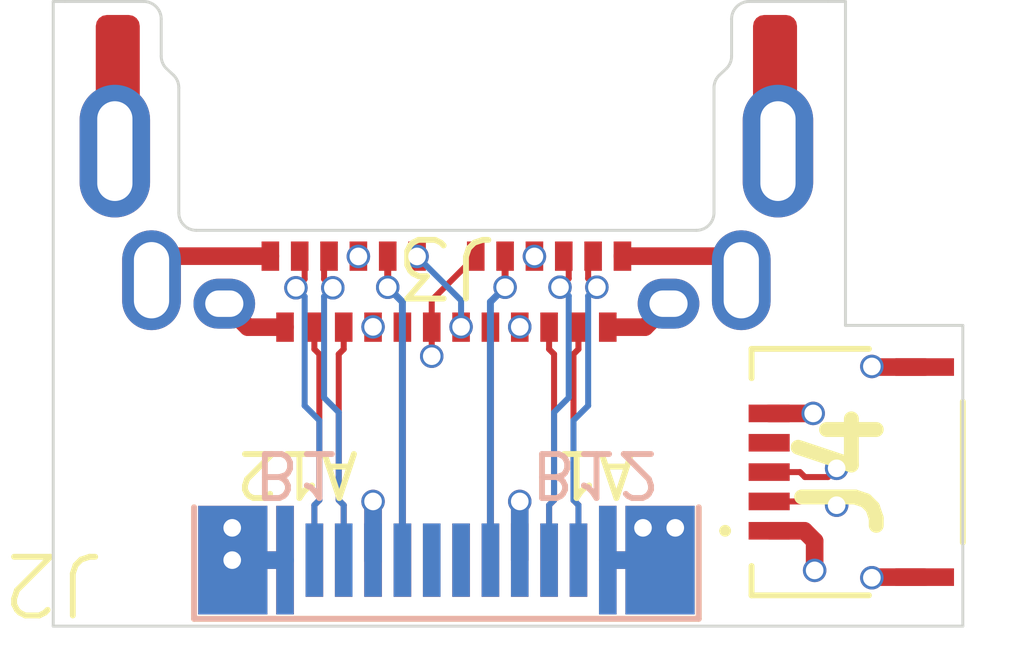
<source format=kicad_pcb>
(kicad_pcb (version 20221018) (generator pcbnew)
  (layers (0 "F.Cu" signal) (1 "In1.Cu" signal) (2 "In2.Cu" signal) (31 "B.Cu" signal) (34 "B.Paste" user) (35 "F.Paste" user) (36 "B.SilkS" user "B.Silkscreen") (37 "F.SilkS" user "F.Silkscreen") (38 "B.Mask" user) (39 "F.Mask" user) (44 "Edge.Cuts" user))
  (net 0 "")
  (net 1 "GND")
  (net 2 "/SSTXP1")
  (net 3 "/SSTXN1")
  (net 4 "VBUS")
  (net 5 "/CC1")
  (net 6 "/UP_DP")
  (net 7 "/SBU1")
  (net 8 "/SSRXN2")
  (net 9 "/SSRXP2")
  (net 10 "/SSTXP2")
  (net 11 "/SSTXN2")
  (net 12 "/CC2")
  (net 13 "/SBU2")
  (net 14 "/SSRXN1")
  (net 15 "/SSRXP1")
  (net 21 "/UP_DN")
  (footprint "the_backrooms:CX60-24S-UNIT" (layer "F.Cu") (at 30.2 40 180)
    (fp_text reference "J2" (at 6.7 -0.4 180 unlocked) (layer "F.SilkS") (effects (font (thickness 0.1))))
    (fp_text value "~")
    (fp_text user "B1" (at 2.54 1.905 180 unlocked) (layer "B.SilkS") (effects (font (size 0.75 0.75) (thickness 0.1)) (justify bottom mirror)))
    (fp_text user "B12" (at -2.54 1.905 180 unlocked) (layer "B.SilkS") (effects (font (size 0.75 0.75) (thickness 0.1)) (justify bottom mirror)))
    (fp_text user "A12" (at 2.54 1.905 180 unlocked) (layer "F.SilkS") (effects (font (size 0.75 0.75) (thickness 0.1)) (justify bottom)))
    (fp_text user "A1" (at -2.54 1.905 180 unlocked) (layer "F.SilkS") (effects (font (size 0.75 0.75) (thickness 0.1)) (justify bottom)))
    (fp_line (start -4.3 -1) (end -4.3 0.9) (stroke (width 0.1)) (layer "B.SilkS"))
    (fp_line (start 4.3 -1) (end -4.3 -1) (stroke (width 0.1)) (layer "B.SilkS"))
    (fp_line (start 4.3 -1) (end 4.3 0.9) (stroke (width 0.1)) (layer "B.SilkS"))
    (fp_line (start -4.3 -1) (end -4.3 0.9) (stroke (width 0.1)) (layer "F.SilkS"))
    (fp_line (start -4.3 -1) (end 4.3 -1) (stroke (width 0.1)) (layer "F.SilkS"))
    (fp_line (start 4.3 -1) (end 4.3 0.9) (stroke (width 0.1)) (layer "F.SilkS"))
    (pad "A1" smd rect (at -2.75 0 180) (size 0.3 1.85) (layers "F.Cu" "F.Paste" "F.Mask") (net 1 "GND"))
    (pad "A2" smd rect (at -2.25 0 180) (size 0.3 1.25) (layers "F.Cu" "F.Paste" "F.Mask") (net 2 "/SSTXP1"))
    (pad "A3" smd rect (at -1.75 0 180) (size 0.3 1.25) (layers "F.Cu" "F.Paste" "F.Mask") (net 3 "/SSTXN1"))
    (pad "A4" smd rect (at -1.25 0 180) (size 0.3 1.25) (layers "F.Cu" "F.Paste" "F.Mask") (net 4 "VBUS"))
    (pad "A5" smd rect (at -0.75 0 180) (size 0.3 1.25) (layers "F.Cu" "F.Paste" "F.Mask") (net 5 "/CC1"))
    (pad "A6" smd rect (at -0.25 0 180) (size 0.3 1.25) (layers "F.Cu" "F.Paste" "F.Mask"))
    (pad "A7" smd rect (at 0.25 0 180) (size 0.3 1.25) (layers "F.Cu" "F.Paste" "F.Mask"))
    (pad "A8" smd rect (at 0.75 0 180) (size 0.3 1.25) (layers "F.Cu" "F.Paste" "F.Mask") (net 7 "/SBU1"))
    (pad "A9" smd rect (at 1.25 0 180) (size 0.3 1.25) (layers "F.Cu" "F.Paste" "F.Mask") (net 4 "VBUS"))
    (pad "A10" smd rect (at 1.75 0 180) (size 0.3 1.25) (layers "F.Cu" "F.Paste" "F.Mask") (net 8 "/SSRXN2"))
    (pad "A11" smd rect (at 2.25 0 180) (size 0.3 1.25) (layers "F.Cu" "F.Paste" "F.Mask") (net 9 "/SSRXP2"))
    (pad "A12" smd rect (at 2.75 0 180) (size 0.3 1.85) (layers "F.Cu" "F.Paste" "F.Mask") (net 1 "GND"))
    (pad "B1" smd rect (at 2.75 0 180) (size 0.3 1.85) (layers "B.Cu" "B.Paste" "B.Mask") (net 1 "GND"))
    (pad "B2" smd rect (at 2.25 0 180) (size 0.3 1.25) (layers "B.Cu" "B.Paste" "B.Mask") (net 10 "/SSTXP2"))
    (pad "B3" smd rect (at 1.75 0 180) (size 0.3 1.25) (layers "B.Cu" "B.Paste" "B.Mask") (net 11 "/SSTXN2"))
    (pad "B4" smd rect (at 1.25 0 180) (size 0.3 1.25) (layers "B.Cu" "B.Paste" "B.Mask") (net 4 "VBUS"))
    (pad "B5" smd rect (at 0.75 0 180) (size 0.3 1.25) (layers "B.Cu" "B.Paste" "B.Mask") (net 12 "/CC2"))
    (pad "B6" smd rect (at 0.25 0 180) (size 0.3 1.25) (layers "B.Cu" "B.Paste" "B.Mask"))
    (pad "B7" smd rect (at -0.25 0 180) (size 0.3 1.25) (layers "B.Cu" "B.Paste" "B.Mask"))
    (pad "B8" smd rect (at -0.75 0 180) (size 0.3 1.25) (layers "B.Cu" "B.Paste" "B.Mask") (net 13 "/SBU2"))
    (pad "B9" smd rect (at -1.25 0 180) (size 0.3 1.25) (layers "B.Cu" "B.Paste" "B.Mask") (net 4 "VBUS"))
    (pad "B10" smd rect (at -1.75 0 180) (size 0.3 1.25) (layers "B.Cu" "B.Paste" "B.Mask") (net 14 "/SSRXN1"))
    (pad "B11" smd rect (at -2.25 0 180) (size 0.3 1.25) (layers "B.Cu" "B.Paste" "B.Mask") (net 15 "/SSRXP1"))
    (pad "B12" smd rect (at -2.75 0 180) (size 0.3 1.85) (layers "B.Cu" "B.Paste" "B.Mask") (net 1 "GND"))
    (pad "GND1" smd rect (at -3.64 0 180) (size 1.18 1.85) (layers "B.Cu" "B.Paste" "B.Mask") (net 1 "GND"))
    (pad "GND2" smd rect (at 3.64 0 180) (size 1.18 1.85) (layers "B.Cu" "B.Paste" "B.Mask") (net 1 "GND"))
    (pad "GND3" smd rect (at -3.64 0 180) (size 1.18 1.85) (layers "F.Cu" "F.Paste" "F.Mask") (net 1 "GND"))
    (pad "GND4" smd rect (at 3.64 0 180) (size 1.18 1.85) (layers "F.Cu" "F.Paste" "F.Mask") (net 1 "GND"))
  )
  (footprint "SamacSys_Parts:5034800540" (layer "F.Cu") (at 37.2 38.5 90)
    (fp_text reference "J4" (at 0 -0.25 90) (layer "F.SilkS") (effects (font (size 1.27 1.27) (thickness 0.254))))
    (fp_text value "503480-0540" hide)
    (fp_line (start -2.1 -1.8) (end -1.6 -1.8) (stroke (width 0.1)) (layer "F.SilkS"))
    (fp_line (start -2.1 0.2) (end -2.1 -1.8) (stroke (width 0.1)) (layer "F.SilkS"))
    (fp_line (start -1.2 1.8) (end 1.2 1.8) (stroke (width 0.1)) (layer "F.SilkS"))
    (fp_line (start -1 -2.3) (end -1 -2.3) (stroke (width 0.1)) (layer "F.SilkS"))
    (fp_line (start -1 -2.2) (end -1 -2.2) (stroke (width 0.1)) (layer "F.SilkS"))
    (fp_line (start 2.1 -1.8) (end 1.6 -1.8) (stroke (width 0.1)) (layer "F.SilkS"))
    (fp_line (start 2.1 0.2) (end 2.1 -1.8) (stroke (width 0.1)) (layer "F.SilkS"))
    (fp_arc (start -1 -2.3) (mid -0.95 -2.25) (end -1 -2.2) (stroke (width 0.1)) (layer "F.SilkS"))
    (fp_arc (start -1 -2.2) (mid -1.05 -2.25) (end -1 -2.3) (stroke (width 0.1)) (layer "F.SilkS"))
    (pad "1" smd rect (at -1 -1.5 90) (size 0.3 0.7) (layers "F.Cu" "F.Paste" "F.Mask") (net 4 "VBUS"))
    (pad "2" smd rect (at -0.5 -1.5 90) (size 0.3 0.7) (layers "F.Cu" "F.Paste" "F.Mask") (net 21 "/UP_DN"))
    (pad "3" smd rect (at 0 -1.5 90) (size 0.3 0.7) (layers "F.Cu" "F.Paste" "F.Mask") (net 6 "/UP_DP"))
    (pad "4" smd rect (at 0.5 -1.5 90) (size 0.3 0.7) (layers "F.Cu" "F.Paste" "F.Mask"))
    (pad "5" smd rect (at 1 -1.5 90) (size 0.3 0.7) (layers "F.Cu" "F.Paste" "F.Mask") (net 1 "GND"))
    (pad "MP1" smd rect (at -1.79 1.15 90) (size 0.3 1) (layers "F.Cu" "F.Paste" "F.Mask") (net 1 "GND"))
    (pad "MP2" smd rect (at 1.79 1.15 90) (size 0.3 1) (layers "F.Cu" "F.Paste" "F.Mask") (net 1 "GND"))
  )
  (footprint "the_backrooms:CX90MWD2G-24P" (layer "F.Cu") (at 30.2 32 180)
    (fp_text reference "J3" (at 0 -3 180 unlocked) (layer "F.SilkS") (effects (font (thickness 0.1))))
    (fp_text value "CX90MWD2G-24P")
    (fp_line (start -5.16 1.52) (end -6.5 1.52) (stroke (width 0.05)) (layer "Edge.Cuts"))
    (fp_line (start -4.86 0.59) (end -4.86 1.22) (stroke (width 0.05)) (layer "Edge.Cuts"))
    (fp_line (start -4.772132 0.377868) (end -4.64787 0.26213) (stroke (width 0.05)) (layer "Edge.Cuts"))
    (fp_line (start -4.56 -2.08) (end -4.56 0.05) (stroke (width 0.05)) (layer "Edge.Cuts"))
    (fp_line (start -4.26 -2.38) (end 4.26 -2.38) (stroke (width 0.05)) (layer "Edge.Cuts"))
    (fp_line (start 4.56 -2.08) (end 4.56 0.05) (stroke (width 0.05)) (layer "Edge.Cuts"))
    (fp_line (start 4.647869 0.262131) (end 4.772131 0.377869) (stroke (width 0.05)) (layer "Edge.Cuts"))
    (fp_line (start 4.86 0.59) (end 4.86 1.22) (stroke (width 0.05)) (layer "Edge.Cuts"))
    (fp_line (start 5.16 1.52) (end 6.5 1.52) (stroke (width 0.05)) (layer "Edge.Cuts"))
    (fp_arc (start -4.86 0.59) (mid -4.837164 0.475195) (end -4.772132 0.377868) (stroke (width 0.05)) (layer "Edge.Cuts"))
    (fp_arc (start -4.86 1.22) (mid -4.947868 1.432132) (end -5.16 1.52) (stroke (width 0.05)) (layer "Edge.Cuts"))
    (fp_arc (start -4.56 -2.08) (mid -4.472132 -2.292132) (end -4.26 -2.38) (stroke (width 0.05)) (layer "Edge.Cuts"))
    (fp_arc (start -4.56 0.05) (mid -4.582837 0.164804) (end -4.64787 0.26213) (stroke (width 0.05)) (layer "Edge.Cuts"))
    (fp_arc (start 4.26 -2.38) (mid 4.472132 -2.292132) (end 4.56 -2.08) (stroke (width 0.05)) (layer "Edge.Cuts"))
    (fp_arc (start 4.64787 0.26213) (mid 4.582837 0.164804) (end 4.56 0.05) (stroke (width 0.05)) (layer "Edge.Cuts"))
    (fp_arc (start 4.772132 0.377868) (mid 4.837164 0.475195) (end 4.86 0.59) (stroke (width 0.05)) (layer "Edge.Cuts"))
    (fp_arc (start 5.16 1.52) (mid 4.947868 1.432132) (end 4.86 1.22) (stroke (width 0.05)) (layer "Edge.Cuts"))
    (pad "A1" smd rect (at -2.75 -4.03 180) (size 0.3 0.5) (layers "F.Cu" "F.Paste" "F.Mask") (net 1 "GND"))
    (pad "A2" smd rect (at -2.25 -4.03 180) (size 0.3 0.5) (layers "F.Cu" "F.Paste" "F.Mask") (net 2 "/SSTXP1"))
    (pad "A3" smd rect (at -1.75 -4.03 180) (size 0.3 0.5) (layers "F.Cu" "F.Paste" "F.Mask") (net 3 "/SSTXN1"))
    (pad "A4" smd rect (at -1.25 -4.03 180) (size 0.3 0.5) (layers "F.Cu" "F.Paste" "F.Mask") (net 4 "VBUS"))
    (pad "A5" smd rect (at -0.75 -4.03 180) (size 0.3 0.5) (layers "F.Cu" "F.Paste" "F.Mask") (net 5 "/CC1"))
    (pad "A6" smd rect (at -0.25 -4.03 180) (size 0.3 0.5) (layers "F.Cu" "F.Paste" "F.Mask") (net 6 "/UP_DP"))
    (pad "A7" smd rect (at 0.25 -4.03 180) (size 0.3 0.5) (layers "F.Cu" "F.Paste" "F.Mask") (net 21 "/UP_DN"))
    (pad "A8" smd rect (at 0.75 -4.03 180) (size 0.3 0.5) (layers "F.Cu" "F.Paste" "F.Mask") (net 7 "/SBU1"))
    (pad "A9" smd rect (at 1.25 -4.03 180) (size 0.3 0.5) (layers "F.Cu" "F.Paste" "F.Mask") (net 4 "VBUS"))
    (pad "A10" smd rect (at 1.75 -4.03 180) (size 0.3 0.5) (layers "F.Cu" "F.Paste" "F.Mask") (net 8 "/SSRXN2"))
    (pad "A11" smd rect (at 2.25 -4.03 180) (size 0.3 0.5) (layers "F.Cu" "F.Paste" "F.Mask") (net 9 "/SSRXP2"))
    (pad "A12" smd rect (at 2.75 -4.03 180) (size 0.3 0.5) (layers "F.Cu" "F.Paste" "F.Mask") (net 1 "GND"))
    (pad "B1" smd rect (at 3 -2.82 180) (size 0.3 0.5) (layers "F.Cu" "F.Paste" "F.Mask") (net 1 "GND"))
    (pad "B2" smd rect (at 2.5 -2.82 180) (size 0.3 0.5) (layers "F.Cu" "F.Paste" "F.Mask") (net 10 "/SSTXP2"))
    (pad "B3" smd rect (at 2 -2.82 180) (size 0.3 0.5) (layers "F.Cu" "F.Paste" "F.Mask") (net 11 "/SSTXN2"))
    (pad "B4" smd rect (at 1.5 -2.82 180) (size 0.3 0.5) (layers "F.Cu" "F.Paste" "F.Mask") (net 4 "VBUS"))
    (pad "B5" smd rect (at 1 -2.82 180) (size 0.3 0.5) (layers "F.Cu" "F.Paste" "F.Mask") (net 12 "/CC2"))
    (pad "B6" smd rect (at 0.5 -2.82 180) (size 0.3 0.5) (layers "F.Cu" "F.Paste" "F.Mask") (net 6 "/UP_DP"))
    (pad "B7" smd rect (at -0.5 -2.82 180) (size 0.3 0.5) (layers "F.Cu" "F.Paste" "F.Mask") (net 21 "/UP_DN"))
    (pad "B8" smd rect (at -1 -2.82 180) (size 0.3 0.5) (layers "F.Cu" "F.Paste" "F.Mask") (net 13 "/SBU2"))
    (pad "B9" smd rect (at -1.5 -2.82 180) (size 0.3 0.5) (layers "F.Cu" "F.Paste" "F.Mask") (net 4 "VBUS"))
    (pad "B10" smd rect (at -2 -2.82 180) (size 0.3 0.5) (layers "F.Cu" "F.Paste" "F.Mask") (net 14 "/SSRXN1"))
    (pad "B11" smd rect (at -2.5 -2.82 180) (size 0.3 0.5) (layers "F.Cu" "F.Paste" "F.Mask") (net 15 "/SSRXP1"))
    (pad "B12" smd rect (at -3 -2.82 180) (size 0.3 0.5) (layers "F.Cu" "F.Paste" "F.Mask") (net 1 "GND"))
    (pad "MH1" thru_hole oval (at -5.65 -1.03 180) (size 1.2 2.26) (drill oval 0.6 1.7) (layers "*.Cu" "*.Mask") (net 1 "GND"))
    (pad "MH1" smd roundrect (at -5.6 0.59 180) (size 0.75 1.4) (layers "F.Cu" "F.Paste" "F.Mask") (chamfer_ratio 0) (chamfer top_left top_right) (net 1 "GND"))
    (pad "MH2" thru_hole oval (at -5.025 -3.23 180) (size 1 1.7) (drill oval 0.6 1.3) (layers "*.Cu" "*.Mask") (net 1 "GND"))
    (pad "MH3" thru_hole oval (at -3.785 -3.63) (size 1.05 0.85) (drill oval 0.65 0.45) (layers "*.Cu" "*.Mask") (net 1 "GND"))
    (pad "MH4" thru_hole oval (at 3.785 -3.63) (size 1.05 0.85) (drill oval 0.65 0.45) (layers "*.Cu" "*.Mask") (net 1 "GND"))
    (pad "MH5" thru_hole oval (at 5.025 -3.23 180) (size 1 1.7) (drill oval 0.6 1.3) (layers "*.Cu" "*.Mask") (net 1 "GND"))
    (pad "MH6" smd roundrect (at 5.6 0.59 180) (size 0.75 1.4) (layers "F.Cu" "F.Paste" "F.Mask") (chamfer_ratio 0) (chamfer top_left top_right) (net 1 "GND"))
    (pad "MH6" thru_hole oval (at 5.65 -1.03 180) (size 1.2 2.26) (drill oval 0.6 1.7) (layers "*.Cu" "*.Mask") (net 1 "GND"))
  )
  (gr_line (start 37 30.48) (end 37 36) (stroke (width 0.05)) (layer "Edge.Cuts"))
  (gr_line (start 36.7 30.48) (end 37 30.48) (stroke (width 0.05)) (layer "Edge.Cuts"))
  (gr_line (start 39 41.125) (end 23.5 41.125) (stroke (width 0.05)) (layer "Edge.Cuts"))
  (gr_line (start 23.7 30.48) (end 23.5 30.48) (stroke (width 0.05)) (layer "Edge.Cuts"))
  (gr_line (start 37 36) (end 39 36) (stroke (width 0.05)) (layer "Edge.Cuts"))
  (gr_line (start 39 36) (end 39 41.125) (stroke (width 0.05)) (layer "Edge.Cuts"))
  (gr_line (start 23.5 30.48) (end 23.5 41.125) (stroke (width 0.05)) (layer "Edge.Cuts"))
  (segment (start 38.35 40.29) (end 37.46 40.29) (width 0.3) (layer "F.Cu") (net 1))
  (segment (start 25.585 34.82) (end 25.175 35.23) (width 0.3) (layer "F.Cu") (net 1))
  (segment (start 33.85 40) (end 33.84 40) (width 0.3) (layer "F.Cu") (net 1))
  (segment (start 37.46 40.29) (end 37.45 40.3) (width 0.3) (layer "F.Cu") (net 1))
  (segment (start 33.585 36.03) (end 33.985 35.63) (width 0.3) (layer "F.Cu") (net 1))
  (segment (start 32.95 40) (end 33.85 40) (width 0.3) (layer "F.Cu") (net 1))
  (segment (start 37.46 36.71) (end 37.45 36.7) (width 0.3) (layer "F.Cu") (net 1))
  (segment (start 33.2 34.82) (end 34.815 34.82) (width 0.3) (layer "F.Cu") (net 1))
  (segment (start 26.55 40) (end 26.56 40) (width 0.3) (layer "F.Cu") (net 1))
  (segment (start 35.7 37.5) (end 36.45 37.5) (width 0.3) (layer "F.Cu") (net 1))
  (segment (start 32.95 36.03) (end 33.585 36.03) (width 0.3) (layer "F.Cu") (net 1))
  (segment (start 27.2 34.82) (end 25.585 34.82) (width 0.3) (layer "F.Cu") (net 1))
  (segment (start 34.815 34.82) (end 35.225 35.23) (width 0.3) (layer "F.Cu") (net 1))
  (segment (start 26.815 36.03) (end 26.415 35.63) (width 0.3) (layer "F.Cu") (net 1))
  (segment (start 38.35 36.71) (end 37.46 36.71) (width 0.3) (layer "F.Cu") (net 1))
  (segment (start 27.45 36.03) (end 26.815 36.03) (width 0.3) (layer "F.Cu") (net 1))
  (segment (start 27.45 40) (end 26.55 40) (width 0.3) (layer "F.Cu") (net 1))
  (via (at 36.45 37.5) (size 0.4) (drill 0.3) (layers "F.Cu" "B.Cu") (net 1))
  (via (at 33.55 39.45) (size 0.4) (drill 0.3) (layers "F.Cu" "B.Cu") (net 1))
  (via (at 26.55 40) (size 0.4) (drill 0.3) (layers "F.Cu" "B.Cu") (net 1))
  (via (at 37.45 36.7) (size 0.4) (drill 0.3) (layers "F.Cu" "B.Cu") (net 1))
  (via (at 34.1 39.45) (size 0.4) (drill 0.3) (layers "F.Cu" "B.Cu") (net 1))
  (via (at 37.45 40.3) (size 0.4) (drill 0.3) (layers "F.Cu" "B.Cu") (net 1))
  (via (at 26.55 39.45) (size 0.4) (drill 0.3) (layers "F.Cu" "B.Cu") (net 1))
  (segment (start 27.45 40) (end 26.56 40) (width 0.3) (layer "B.Cu") (net 1))
  (segment (start 32.95 40) (end 33.84 40) (width 0.3) (layer "B.Cu") (net 1))
  (segment (start 32.45 39.062499) (end 32.45 40) (width 0.102362) (layer "F.Cu") (net 2))
  (segment (start 32.45 36.405001) (end 32.365481 36.48952) (width 0.102362) (layer "F.Cu") (net 2))
  (segment (start 32.365481 36.48952) (end 32.365481 38.97798) (width 0.102362) (layer "F.Cu") (net 2))
  (segment (start 32.45 36.03) (end 32.45 36.405001) (width 0.102362) (layer "F.Cu") (net 2))
  (segment (start 32.365481 38.97798) (end 32.45 39.062499) (width 0.102362) (layer "F.Cu") (net 2))
  (segment (start 32.034519 36.48952) (end 32.034519 38.97798) (width 0.102362) (layer "F.Cu") (net 3))
  (segment (start 31.95 36.03) (end 31.95 36.405001) (width 0.102362) (layer "F.Cu") (net 3))
  (segment (start 31.95 39.062499) (end 31.95 40) (width 0.102362) (layer "F.Cu") (net 3))
  (segment (start 32.034519 38.97798) (end 31.95 39.062499) (width 0.102362) (layer "F.Cu") (net 3))
  (segment (start 31.95 36.405001) (end 32.034519 36.48952) (width 0.102362) (layer "F.Cu") (net 3))
  (segment (start 36.3 39.5) (end 35.7 39.5) (width 0.3) (layer "F.Cu") (net 4))
  (segment (start 28.95 39) (end 28.95 40) (width 0.3) (layer "F.Cu") (net 4))
  (segment (start 36.475 40.175) (end 36.475 39.675) (width 0.3) (layer "F.Cu") (net 4))
  (segment (start 31.45 39) (end 31.45 40) (width 0.3) (layer "F.Cu") (net 4))
  (segment (start 36.475 39.675) (end 36.3 39.5) (width 0.3) (layer "F.Cu") (net 4))
  (via (at 28.95 39) (size 0.4) (drill 0.3) (layers "F.Cu" "B.Cu") (net 4))
  (via (at 28.7 34.825) (size 0.4) (drill 0.3) (layers "F.Cu" "B.Cu") (net 4))
  (via (at 31.7 34.825) (size 0.4) (drill 0.3) (layers "F.Cu" "B.Cu") (net 4))
  (via (at 31.45 39) (size 0.4) (drill 0.3) (layers "F.Cu" "B.Cu") (net 4))
  (via (at 28.95 36.025) (size 0.4) (drill 0.3) (layers "F.Cu" "B.Cu") (net 4))
  (via (at 36.475 40.175) (size 0.4) (drill 0.3) (layers "F.Cu" "B.Cu") (net 4))
  (via (at 31.45 36.025) (size 0.4) (drill 0.3) (layers "F.Cu" "B.Cu") (net 4))
  (segment (start 31.45 39) (end 31.45 40) (width 0.3) (layer "B.Cu") (net 4))
  (segment (start 28.95 40) (end 28.95 39) (width 0.3) (layer "B.Cu") (net 4))
  (segment (start 30.95 40) (end 30.95 36.03) (width 0.118364) (layer "F.Cu") (net 5))
  (segment (start 36.225001 38.5) (end 35.7 38.5) (width 0.102362) (layer "F.Cu") (net 6))
  (segment (start 36.701181 38.584519) (end 36.30952 38.584519) (width 0.102362) (layer "F.Cu") (net 6))
  (segment (start 36.85 38.4357) (end 36.701181 38.584519) (width 0.102362) (layer "F.Cu") (net 6))
  (segment (start 36.30952 38.584519) (end 36.225001 38.5) (width 0.102362) (layer "F.Cu") (net 6))
  (via (at 36.85 38.4357) (size 0.4) (drill 0.3) (layers "F.Cu" "B.Cu") (net 6))
  (via (at 29.7 34.825) (size 0.4) (drill 0.3) (layers "F.Cu" "B.Cu") (net 6))
  (via (at 30.45 36.025) (size 0.4) (drill 0.3) (layers "F.Cu" "B.Cu") (net 6))
  (segment (start 29.7 34.825) (end 30.45 35.575) (width 0.102362) (layer "B.Cu") (net 6))
  (segment (start 30.45 35.575) (end 30.45 36.025) (width 0.102362) (layer "B.Cu") (net 6))
  (segment (start 29.45 40) (end 29.45 36.03) (width 0.118364) (layer "F.Cu") (net 7))
  (segment (start 28.45 36.405001) (end 28.45 36.03) (width 0.102362) (layer "F.Cu") (net 8))
  (segment (start 28.365481 38.97798) (end 28.365481 36.48952) (width 0.102362) (layer "F.Cu") (net 8))
  (segment (start 28.45 40) (end 28.45 39.062499) (width 0.102362) (layer "F.Cu") (net 8))
  (segment (start 28.45 39.062499) (end 28.365481 38.97798) (width 0.102362) (layer "F.Cu") (net 8))
  (segment (start 28.365481 36.48952) (end 28.45 36.405001) (width 0.102362) (layer "F.Cu") (net 8))
  (segment (start 28.034519 36.48952) (end 27.95 36.405001) (width 0.102362) (layer "F.Cu") (net 9))
  (segment (start 27.95 39.062499) (end 28.034519 38.97798) (width 0.102362) (layer "F.Cu") (net 9))
  (segment (start 27.95 36.405001) (end 27.95 36.03) (width 0.102362) (layer "F.Cu") (net 9))
  (segment (start 27.95 40) (end 27.95 39.062499) (width 0.102362) (layer "F.Cu") (net 9))
  (segment (start 28.034519 38.97798) (end 28.034519 36.48952) (width 0.102362) (layer "F.Cu") (net 9))
  (segment (start 27.7 34.92) (end 27.784519 35.004519) (width 0.102362) (layer "F.Cu") (net 10))
  (segment (start 27.7 34.82) (end 27.7 34.92) (width 0.102362) (layer "F.Cu") (net 10))
  (segment (start 27.784519 35.210422) (end 27.6357 35.359241) (width 0.102362) (layer "F.Cu") (net 10))
  (segment (start 27.784519 35.004519) (end 27.784519 35.210422) (width 0.102362) (layer "F.Cu") (net 10))
  (via (at 27.6357 35.359241) (size 0.4) (drill 0.3) (layers "F.Cu" "B.Cu") (net 10))
  (segment (start 28.034519 38.97798) (end 27.95 39.062499) (width 0.102362) (layer "B.Cu") (net 10))
  (segment (start 27.784519 37.368545) (end 28.034519 37.618545) (width 0.102362) (layer "B.Cu") (net 10))
  (segment (start 27.784519 35.50806) (end 27.784519 37.368545) (width 0.102362) (layer "B.Cu") (net 10))
  (segment (start 28.034519 37.618545) (end 28.034519 38.97798) (width 0.102362) (layer "B.Cu") (net 10))
  (segment (start 27.95 39.062499) (end 27.95 40) (width 0.102362) (layer "B.Cu") (net 10))
  (segment (start 27.6357 35.359241) (end 27.784519 35.50806) (width 0.102362) (layer "B.Cu") (net 10))
  (segment (start 28.2 34.92) (end 28.115481 35.004519) (width 0.102362) (layer "F.Cu") (net 11))
  (segment (start 28.115481 35.210422) (end 28.2643 35.359241) (width 0.102362) (layer "F.Cu") (net 11))
  (segment (start 28.115481 35.004519) (end 28.115481 35.210422) (width 0.102362) (layer "F.Cu") (net 11))
  (segment (start 28.2 34.82) (end 28.2 34.92) (width 0.102362) (layer "F.Cu") (net 11))
  (via (at 28.2643 35.359241) (size 0.4) (drill 0.3) (layers "F.Cu" "B.Cu") (net 11))
  (segment (start 28.2643 35.359241) (end 28.115481 35.50806) (width 0.102362) (layer "B.Cu") (net 11))
  (segment (start 28.45 39.062499) (end 28.45 40) (width 0.102362) (layer "B.Cu") (net 11))
  (segment (start 28.115481 37.231455) (end 28.365481 37.481455) (width 0.102362) (layer "B.Cu") (net 11))
  (segment (start 28.115481 35.50806) (end 28.115481 37.231455) (width 0.102362) (layer "B.Cu") (net 11))
  (segment (start 28.365481 37.481455) (end 28.365481 38.97798) (width 0.102362) (layer "B.Cu") (net 11))
  (segment (start 28.365481 38.97798) (end 28.45 39.062499) (width 0.102362) (layer "B.Cu") (net 11))
  (segment (start 29.2 34.82) (end 29.2 35.35) (width 0.118364) (layer "F.Cu") (net 12))
  (via (at 29.2 35.35) (size 0.4) (drill 0.3) (layers "F.Cu" "B.Cu") (net 12))
  (segment (start 29.2 35.35) (end 29.45 35.6) (width 0.118364) (layer "B.Cu") (net 12))
  (segment (start 29.45 35.6) (end 29.45 40) (width 0.118364) (layer "B.Cu") (net 12))
  (segment (start 31.2 34.82) (end 31.2 35.35) (width 0.118364) (layer "F.Cu") (net 13))
  (via (at 31.2 35.35) (size 0.4) (drill 0.3) (layers "F.Cu" "B.Cu") (net 13))
  (segment (start 31.2 35.35) (end 30.95 35.6) (width 0.118364) (layer "B.Cu") (net 13))
  (segment (start 30.95 35.6) (end 30.95 40) (width 0.118364) (layer "B.Cu") (net 13))
  (segment (start 32.284519 35.004519) (end 32.284519 35.200323) (width 0.102362) (layer "F.Cu") (net 14))
  (segment (start 32.2 34.82) (end 32.2 34.92) (width 0.102362) (layer "F.Cu") (net 14))
  (segment (start 32.284519 35.200323) (end 32.1357 35.349142) (width 0.102362) (layer "F.Cu") (net 14))
  (segment (start 32.2 34.92) (end 32.284519 35.004519) (width 0.102362) (layer "F.Cu") (net 14))
  (via (at 32.1357 35.349142) (size 0.4) (drill 0.3) (layers "F.Cu" "B.Cu") (net 14))
  (segment (start 32.1357 35.349142) (end 32.284519 35.497961) (width 0.102362) (layer "B.Cu") (net 14))
  (segment (start 32.284519 35.497961) (end 32.284519 37.231455) (width 0.102362) (layer "B.Cu") (net 14))
  (segment (start 32.284519 37.231455) (end 32.034519 37.481455) (width 0.102362) (layer "B.Cu") (net 14))
  (segment (start 32.034519 37.481455) (end 32.034519 38.97798) (width 0.102362) (layer "B.Cu") (net 14))
  (segment (start 31.95 39.062499) (end 31.95 40) (width 0.102362) (layer "B.Cu") (net 14))
  (segment (start 32.034519 38.97798) (end 31.95 39.062499) (width 0.102362) (layer "B.Cu") (net 14))
  (segment (start 32.615481 35.200323) (end 32.7643 35.349142) (width 0.102362) (layer "F.Cu") (net 15))
  (segment (start 32.7 34.82) (end 32.7 34.92) (width 0.102362) (layer "F.Cu") (net 15))
  (segment (start 32.615481 35.004519) (end 32.615481 35.200323) (width 0.102362) (layer "F.Cu") (net 15))
  (segment (start 32.7 34.92) (end 32.615481 35.004519) (width 0.102362) (layer "F.Cu") (net 15))
  (via (at 32.7643 35.349142) (size 0.4) (drill 0.3) (layers "F.Cu" "B.Cu") (net 15))
  (segment (start 32.365481 37.618545) (end 32.365481 38.97798) (width 0.102362) (layer "B.Cu") (net 15))
  (segment (start 32.365481 38.97798) (end 32.45 39.062499) (width 0.102362) (layer "B.Cu") (net 15))
  (segment (start 32.615481 35.497961) (end 32.615481 37.368545) (width 0.102362) (layer "B.Cu") (net 15))
  (segment (start 32.45 39.062499) (end 32.45 40) (width 0.102362) (layer "B.Cu") (net 15))
  (segment (start 32.615481 37.368545) (end 32.365481 37.618545) (width 0.102362) (layer "B.Cu") (net 15))
  (segment (start 32.7643 35.349142) (end 32.615481 35.497961) (width 0.102362) (layer "B.Cu") (net 15))
  (segment (start 36.85 39.0643) (end 36.701181 38.915481) (width 0.102362) (layer "F.Cu") (net 21))
  (segment (start 36.30952 38.915481) (end 36.225001 39) (width 0.102362) (layer "F.Cu") (net 21))
  (segment (start 36.701181 38.915481) (end 36.30952 38.915481) (width 0.102362) (layer "F.Cu") (net 21))
  (segment (start 36.225001 39) (end 35.7 39) (width 0.102362) (layer "F.Cu") (net 21))
  (segment (start 29.95 36.03) (end 29.95 36.525) (width 0.102362) (layer "F.Cu") (net 21))
  (segment (start 29.95 35.57) (end 30.7 34.82) (width 0.102362) (layer "F.Cu") (net 21))
  (segment (start 29.95 36.03) (end 29.95 35.57) (width 0.102362) (layer "F.Cu") (net 21))
  (via (at 36.85 39.0643) (size 0.4) (drill 0.3) (layers "F.Cu" "B.Cu") (net 21))
  (via (at 29.95 36.525) (size 0.4) (drill 0.3) (layers "F.Cu" "B.Cu") (net 21))
)
</source>
